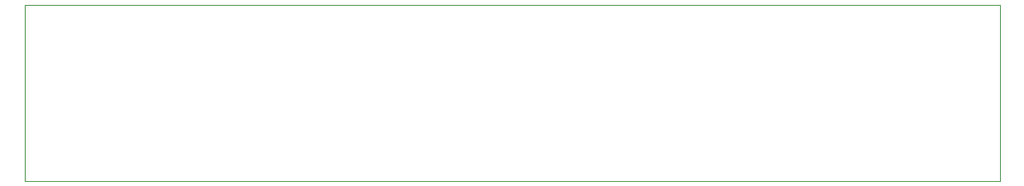
<source format=gbr>
%TF.GenerationSoftware,KiCad,Pcbnew,6.0.0*%
%TF.CreationDate,2022-04-11T19:56:14-05:00*%
%TF.ProjectId,main_board_bodged,6d61696e-5f62-46f6-9172-645f626f6467,rev?*%
%TF.SameCoordinates,Original*%
%TF.FileFunction,Profile,NP*%
%FSLAX46Y46*%
G04 Gerber Fmt 4.6, Leading zero omitted, Abs format (unit mm)*
G04 Created by KiCad (PCBNEW 6.0.0) date 2022-04-11 19:56:14*
%MOMM*%
%LPD*%
G01*
G04 APERTURE LIST*
%TA.AperFunction,Profile*%
%ADD10C,0.100000*%
%TD*%
G04 APERTURE END LIST*
D10*
X126975000Y-131775000D02*
X226750000Y-131775000D01*
X226750000Y-131775000D02*
X226750000Y-149875000D01*
X226750000Y-149875000D02*
X126975000Y-149875000D01*
X126975000Y-149875000D02*
X126975000Y-131775000D01*
M02*

</source>
